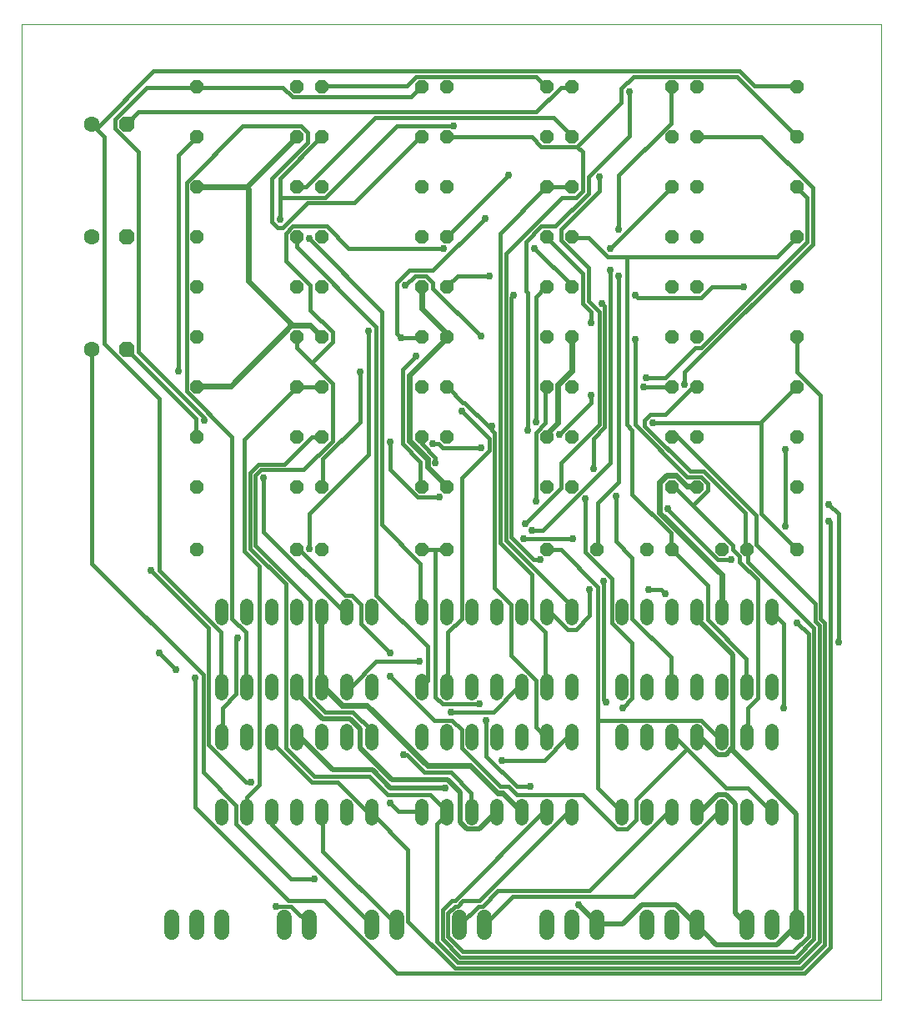
<source format=gtl>
G75*
%MOIN*%
%OFA0B0*%
%FSLAX25Y25*%
%IPPOS*%
%LPD*%
%AMOC8*
5,1,8,0,0,1.08239X$1,22.5*
%
%ADD10C,0.00000*%
%ADD11OC8,0.06300*%
%ADD12C,0.06300*%
%ADD13OC8,0.05200*%
%ADD14C,0.05200*%
%ADD15C,0.05937*%
%ADD16C,0.01600*%
%ADD17C,0.02978*%
%ADD18C,0.02400*%
%ADD19C,0.02000*%
D10*
X0001000Y0001000D02*
X0001000Y0390961D01*
X0344701Y0390961D01*
X0344701Y0001000D01*
X0001000Y0001000D01*
D11*
X0043000Y0261000D03*
X0043000Y0306000D03*
X0043000Y0351000D03*
D12*
X0029000Y0351000D03*
X0029000Y0306000D03*
X0029000Y0261000D03*
D13*
X0071000Y0266000D03*
X0071000Y0246000D03*
X0071000Y0226000D03*
X0071000Y0206000D03*
X0071000Y0181000D03*
X0111000Y0181000D03*
X0121000Y0181000D03*
X0121000Y0206000D03*
X0111000Y0206000D03*
X0111000Y0226000D03*
X0121000Y0226000D03*
X0121000Y0246000D03*
X0111000Y0246000D03*
X0111000Y0266000D03*
X0121000Y0266000D03*
X0121000Y0286000D03*
X0111000Y0286000D03*
X0111000Y0306000D03*
X0121000Y0306000D03*
X0121000Y0326000D03*
X0111000Y0326000D03*
X0111000Y0346000D03*
X0121000Y0346000D03*
X0121000Y0366000D03*
X0111000Y0366000D03*
X0071000Y0366000D03*
X0071000Y0346000D03*
X0071000Y0326000D03*
X0071000Y0306000D03*
X0071000Y0286000D03*
X0161000Y0286000D03*
X0171000Y0286000D03*
X0171000Y0266000D03*
X0161000Y0266000D03*
X0161000Y0246000D03*
X0171000Y0246000D03*
X0171000Y0226000D03*
X0161000Y0226000D03*
X0161000Y0206000D03*
X0171000Y0206000D03*
X0171000Y0181000D03*
X0161000Y0181000D03*
X0211000Y0181000D03*
X0231000Y0181000D03*
X0251000Y0181000D03*
X0261000Y0181000D03*
X0281000Y0181000D03*
X0291000Y0181000D03*
X0311000Y0181000D03*
X0311000Y0206000D03*
X0311000Y0226000D03*
X0311000Y0246000D03*
X0311000Y0266000D03*
X0311000Y0286000D03*
X0311000Y0306000D03*
X0311000Y0326000D03*
X0311000Y0346000D03*
X0311000Y0366000D03*
X0271000Y0366000D03*
X0261000Y0366000D03*
X0261000Y0346000D03*
X0271000Y0346000D03*
X0271000Y0326000D03*
X0261000Y0326000D03*
X0261000Y0306000D03*
X0271000Y0306000D03*
X0271000Y0286000D03*
X0261000Y0286000D03*
X0261000Y0266000D03*
X0271000Y0266000D03*
X0271000Y0246000D03*
X0261000Y0246000D03*
X0261000Y0226000D03*
X0271000Y0226000D03*
X0271000Y0206000D03*
X0261000Y0206000D03*
X0221000Y0206000D03*
X0211000Y0206000D03*
X0211000Y0226000D03*
X0221000Y0226000D03*
X0221000Y0246000D03*
X0211000Y0246000D03*
X0211000Y0266000D03*
X0221000Y0266000D03*
X0221000Y0286000D03*
X0211000Y0286000D03*
X0211000Y0306000D03*
X0221000Y0306000D03*
X0221000Y0326000D03*
X0211000Y0326000D03*
X0211000Y0346000D03*
X0221000Y0346000D03*
X0221000Y0366000D03*
X0211000Y0366000D03*
X0171000Y0366000D03*
X0161000Y0366000D03*
X0161000Y0346000D03*
X0171000Y0346000D03*
X0171000Y0326000D03*
X0161000Y0326000D03*
X0161000Y0306000D03*
X0171000Y0306000D03*
D14*
X0171000Y0158600D02*
X0171000Y0153400D01*
X0161000Y0153400D02*
X0161000Y0158600D01*
X0141000Y0158600D02*
X0141000Y0153400D01*
X0131000Y0153400D02*
X0131000Y0158600D01*
X0121000Y0158600D02*
X0121000Y0153400D01*
X0111000Y0153400D02*
X0111000Y0158600D01*
X0101000Y0158600D02*
X0101000Y0153400D01*
X0091000Y0153400D02*
X0091000Y0158600D01*
X0081000Y0158600D02*
X0081000Y0153400D01*
X0081000Y0128600D02*
X0081000Y0123400D01*
X0091000Y0123400D02*
X0091000Y0128600D01*
X0101000Y0128600D02*
X0101000Y0123400D01*
X0111000Y0123400D02*
X0111000Y0128600D01*
X0121000Y0128600D02*
X0121000Y0123400D01*
X0131000Y0123400D02*
X0131000Y0128600D01*
X0141000Y0128600D02*
X0141000Y0123400D01*
X0141000Y0108600D02*
X0141000Y0103400D01*
X0131000Y0103400D02*
X0131000Y0108600D01*
X0121000Y0108600D02*
X0121000Y0103400D01*
X0111000Y0103400D02*
X0111000Y0108600D01*
X0101000Y0108600D02*
X0101000Y0103400D01*
X0091000Y0103400D02*
X0091000Y0108600D01*
X0081000Y0108600D02*
X0081000Y0103400D01*
X0081000Y0078600D02*
X0081000Y0073400D01*
X0091000Y0073400D02*
X0091000Y0078600D01*
X0101000Y0078600D02*
X0101000Y0073400D01*
X0111000Y0073400D02*
X0111000Y0078600D01*
X0121000Y0078600D02*
X0121000Y0073400D01*
X0131000Y0073400D02*
X0131000Y0078600D01*
X0141000Y0078600D02*
X0141000Y0073400D01*
X0161000Y0073400D02*
X0161000Y0078600D01*
X0171000Y0078600D02*
X0171000Y0073400D01*
X0181000Y0073400D02*
X0181000Y0078600D01*
X0191000Y0078600D02*
X0191000Y0073400D01*
X0201000Y0073400D02*
X0201000Y0078600D01*
X0211000Y0078600D02*
X0211000Y0073400D01*
X0221000Y0073400D02*
X0221000Y0078600D01*
X0241000Y0078600D02*
X0241000Y0073400D01*
X0251000Y0073400D02*
X0251000Y0078600D01*
X0261000Y0078600D02*
X0261000Y0073400D01*
X0271000Y0073400D02*
X0271000Y0078600D01*
X0281000Y0078600D02*
X0281000Y0073400D01*
X0291000Y0073400D02*
X0291000Y0078600D01*
X0301000Y0078600D02*
X0301000Y0073400D01*
X0301000Y0103400D02*
X0301000Y0108600D01*
X0291000Y0108600D02*
X0291000Y0103400D01*
X0281000Y0103400D02*
X0281000Y0108600D01*
X0271000Y0108600D02*
X0271000Y0103400D01*
X0261000Y0103400D02*
X0261000Y0108600D01*
X0251000Y0108600D02*
X0251000Y0103400D01*
X0241000Y0103400D02*
X0241000Y0108600D01*
X0241000Y0123400D02*
X0241000Y0128600D01*
X0251000Y0128600D02*
X0251000Y0123400D01*
X0261000Y0123400D02*
X0261000Y0128600D01*
X0271000Y0128600D02*
X0271000Y0123400D01*
X0281000Y0123400D02*
X0281000Y0128600D01*
X0291000Y0128600D02*
X0291000Y0123400D01*
X0301000Y0123400D02*
X0301000Y0128600D01*
X0301000Y0153400D02*
X0301000Y0158600D01*
X0291000Y0158600D02*
X0291000Y0153400D01*
X0281000Y0153400D02*
X0281000Y0158600D01*
X0271000Y0158600D02*
X0271000Y0153400D01*
X0261000Y0153400D02*
X0261000Y0158600D01*
X0251000Y0158600D02*
X0251000Y0153400D01*
X0241000Y0153400D02*
X0241000Y0158600D01*
X0221000Y0158600D02*
X0221000Y0153400D01*
X0211000Y0153400D02*
X0211000Y0158600D01*
X0201000Y0158600D02*
X0201000Y0153400D01*
X0191000Y0153400D02*
X0191000Y0158600D01*
X0181000Y0158600D02*
X0181000Y0153400D01*
X0181000Y0128600D02*
X0181000Y0123400D01*
X0171000Y0123400D02*
X0171000Y0128600D01*
X0161000Y0128600D02*
X0161000Y0123400D01*
X0161000Y0108600D02*
X0161000Y0103400D01*
X0171000Y0103400D02*
X0171000Y0108600D01*
X0181000Y0108600D02*
X0181000Y0103400D01*
X0191000Y0103400D02*
X0191000Y0108600D01*
X0201000Y0108600D02*
X0201000Y0103400D01*
X0211000Y0103400D02*
X0211000Y0108600D01*
X0221000Y0108600D02*
X0221000Y0103400D01*
X0221000Y0123400D02*
X0221000Y0128600D01*
X0211000Y0128600D02*
X0211000Y0123400D01*
X0201000Y0123400D02*
X0201000Y0128600D01*
X0191000Y0128600D02*
X0191000Y0123400D01*
D15*
X0186000Y0033969D02*
X0186000Y0028031D01*
X0176000Y0028031D02*
X0176000Y0033969D01*
X0151000Y0033969D02*
X0151000Y0028031D01*
X0141000Y0028031D02*
X0141000Y0033969D01*
X0116000Y0033969D02*
X0116000Y0028031D01*
X0106000Y0028031D02*
X0106000Y0033969D01*
X0081000Y0033969D02*
X0081000Y0028031D01*
X0071000Y0028031D02*
X0071000Y0033969D01*
X0061000Y0033969D02*
X0061000Y0028031D01*
X0211000Y0028031D02*
X0211000Y0033969D01*
X0221000Y0033969D02*
X0221000Y0028031D01*
X0231000Y0028031D02*
X0231000Y0033969D01*
X0251000Y0033969D02*
X0251000Y0028031D01*
X0261000Y0028031D02*
X0261000Y0033969D01*
X0271000Y0033969D02*
X0271000Y0028031D01*
X0291000Y0028031D02*
X0291000Y0033969D01*
X0301000Y0033969D02*
X0301000Y0028031D01*
X0311000Y0028031D02*
X0311000Y0033969D01*
D16*
X0315600Y0026300D02*
X0315600Y0147300D01*
X0311200Y0151700D01*
X0317800Y0149500D02*
X0291400Y0175900D01*
X0291400Y0180850D01*
X0291000Y0181000D01*
X0290300Y0181400D01*
X0290300Y0195700D01*
X0273800Y0212200D01*
X0268300Y0212200D01*
X0250150Y0230350D01*
X0250150Y0232550D01*
X0252350Y0234750D01*
X0258400Y0234750D01*
X0269400Y0245750D01*
X0270500Y0245750D01*
X0271000Y0246000D01*
X0266100Y0246850D02*
X0266100Y0251800D01*
X0317250Y0302950D01*
X0317250Y0325500D01*
X0296900Y0345850D01*
X0271050Y0345850D01*
X0271000Y0346000D01*
X0260600Y0351350D02*
X0239700Y0330450D01*
X0239700Y0309000D01*
X0236400Y0301300D02*
X0260600Y0325500D01*
X0261000Y0326000D01*
X0244100Y0346400D02*
X0227600Y0329900D01*
X0227600Y0323300D01*
X0214400Y0310100D01*
X0208900Y0310100D01*
X0202850Y0304050D01*
X0202850Y0284250D01*
X0203400Y0283700D01*
X0203400Y0228700D01*
X0206700Y0227600D02*
X0206700Y0200100D01*
X0202300Y0191300D02*
X0216600Y0205600D01*
X0216600Y0215500D01*
X0232000Y0230900D01*
X0232000Y0276000D01*
X0227600Y0280400D01*
X0227600Y0293600D01*
X0216600Y0304600D01*
X0216600Y0309000D01*
X0232000Y0324400D01*
X0232000Y0329900D01*
X0225400Y0324400D02*
X0225400Y0339800D01*
X0223200Y0342000D01*
X0240800Y0359600D01*
X0240800Y0365100D01*
X0245750Y0370050D01*
X0287000Y0370050D01*
X0310650Y0346400D01*
X0311000Y0346000D01*
X0311000Y0326000D02*
X0311200Y0325500D01*
X0315050Y0321650D01*
X0315050Y0304050D01*
X0272700Y0261700D01*
X0270500Y0261700D01*
X0258400Y0249600D01*
X0250700Y0249600D01*
X0249600Y0245750D02*
X0260600Y0245750D01*
X0261000Y0246000D01*
X0253450Y0231450D02*
X0296350Y0231450D01*
X0296900Y0230900D01*
X0296900Y0195150D01*
X0310650Y0181400D01*
X0311000Y0181000D01*
X0306250Y0190200D02*
X0306250Y0221000D01*
X0296350Y0231450D02*
X0310650Y0245750D01*
X0311000Y0246000D01*
X0311200Y0251800D02*
X0320550Y0242450D01*
X0320550Y0153350D01*
X0322200Y0151700D01*
X0322200Y0023000D01*
X0312850Y0013650D01*
X0174250Y0013650D01*
X0155550Y0032350D01*
X0155550Y0060950D01*
X0141250Y0075250D01*
X0141000Y0076000D01*
X0140700Y0076350D01*
X0139050Y0076350D01*
X0127500Y0087900D01*
X0117050Y0087900D01*
X0101100Y0103850D01*
X0101100Y0105500D01*
X0101000Y0106000D01*
X0106600Y0101650D02*
X0118150Y0090100D01*
X0140150Y0090100D01*
X0147300Y0082950D01*
X0164350Y0082950D01*
X0170950Y0076350D01*
X0171000Y0076000D01*
X0170950Y0075250D01*
X0167100Y0071400D01*
X0167100Y0024100D01*
X0175350Y0015850D01*
X0311750Y0015850D01*
X0320000Y0024100D01*
X0320000Y0150600D01*
X0318350Y0152250D01*
X0318350Y0159400D01*
X0294700Y0183050D01*
X0294700Y0194600D01*
X0263350Y0225950D01*
X0261150Y0225950D01*
X0261000Y0226000D01*
X0246300Y0230900D02*
X0267200Y0210000D01*
X0272700Y0210000D01*
X0275450Y0207250D01*
X0275450Y0204500D01*
X0269400Y0198450D01*
X0285350Y0182500D01*
X0285350Y0180850D01*
X0288100Y0178100D01*
X0288100Y0175900D01*
X0295250Y0168750D01*
X0295250Y0121450D01*
X0291400Y0117600D01*
X0291400Y0106050D01*
X0291000Y0106000D01*
X0281000Y0106000D02*
X0280950Y0106050D01*
X0279300Y0106050D01*
X0272700Y0112650D01*
X0231450Y0112650D01*
X0231450Y0166000D01*
X0216600Y0180850D01*
X0211100Y0180850D01*
X0211000Y0181000D01*
X0208350Y0177000D02*
X0205600Y0177000D01*
X0196800Y0185800D01*
X0196800Y0281500D01*
X0197900Y0282600D01*
X0206700Y0282050D02*
X0210550Y0285900D01*
X0211000Y0286000D01*
X0206700Y0282050D02*
X0206700Y0232000D01*
X0210550Y0231450D02*
X0206700Y0227600D01*
X0210550Y0231450D02*
X0210550Y0245750D01*
X0211000Y0246000D01*
X0228700Y0242450D02*
X0228700Y0239700D01*
X0216050Y0227050D01*
X0229800Y0225400D02*
X0229800Y0213300D01*
X0236400Y0215500D02*
X0209450Y0188550D01*
X0205050Y0188550D01*
X0201750Y0185250D02*
X0221550Y0185250D01*
X0226500Y0179750D02*
X0226500Y0201200D01*
X0231450Y0199550D02*
X0231450Y0181400D01*
X0231000Y0181000D01*
X0226500Y0179750D02*
X0236950Y0169300D01*
X0236950Y0151700D01*
X0245200Y0143450D01*
X0245200Y0121450D01*
X0241350Y0117600D01*
X0234750Y0119800D02*
X0233650Y0120900D01*
X0233650Y0168200D01*
X0228150Y0164900D02*
X0228150Y0154450D01*
X0222650Y0148950D01*
X0219350Y0148950D01*
X0212750Y0155550D01*
X0211100Y0155550D01*
X0211000Y0156000D01*
X0205050Y0153350D02*
X0210550Y0147850D01*
X0210550Y0126400D01*
X0211000Y0126000D01*
X0206700Y0128600D02*
X0206700Y0109900D01*
X0210550Y0106050D01*
X0211000Y0106000D01*
X0218800Y0105500D02*
X0210000Y0096700D01*
X0192950Y0096700D01*
X0186900Y0098350D02*
X0186900Y0112650D01*
X0189650Y0115950D02*
X0172600Y0115950D01*
X0173150Y0112650D02*
X0166000Y0112650D01*
X0148400Y0130250D01*
X0142900Y0136300D02*
X0159950Y0136300D01*
X0163250Y0142350D02*
X0163250Y0128600D01*
X0161050Y0126400D01*
X0161000Y0126000D01*
X0166550Y0122000D02*
X0169300Y0119250D01*
X0184150Y0119250D01*
X0189650Y0115950D02*
X0199550Y0125850D01*
X0200650Y0125850D01*
X0201000Y0126000D01*
X0206700Y0128600D02*
X0196800Y0138500D01*
X0196800Y0158850D01*
X0190200Y0165450D01*
X0190200Y0227600D01*
X0188000Y0229800D01*
X0188550Y0230350D01*
X0189100Y0230350D01*
X0188000Y0229800D02*
X0178100Y0239700D01*
X0177550Y0239700D01*
X0171500Y0245750D01*
X0171000Y0246000D01*
X0177000Y0236400D02*
X0188000Y0225400D01*
X0188000Y0220450D01*
X0177000Y0209450D01*
X0177000Y0153350D01*
X0171500Y0147850D01*
X0171500Y0126400D01*
X0171000Y0126000D01*
X0166550Y0122000D02*
X0166550Y0180850D01*
X0161050Y0180850D01*
X0161000Y0181000D01*
X0166550Y0180850D02*
X0170950Y0180850D01*
X0171000Y0181000D01*
X0160500Y0175350D02*
X0145100Y0190750D01*
X0145100Y0276000D01*
X0115950Y0305150D01*
X0111000Y0306000D02*
X0111000Y0301850D01*
X0142900Y0269950D01*
X0142900Y0162700D01*
X0163250Y0142350D01*
X0161000Y0156000D02*
X0160500Y0156100D01*
X0160500Y0175350D01*
X0159400Y0201750D02*
X0168200Y0201750D01*
X0161000Y0206000D02*
X0160500Y0206150D01*
X0160500Y0216050D01*
X0153350Y0223200D01*
X0153350Y0252900D01*
X0158850Y0258400D01*
X0160500Y0265550D02*
X0152800Y0265550D01*
X0151150Y0267200D01*
X0151150Y0287550D01*
X0156100Y0292500D01*
X0165450Y0292500D01*
X0186350Y0313400D01*
X0192400Y0307350D02*
X0210550Y0325500D01*
X0211000Y0326000D01*
X0211650Y0326050D01*
X0221000Y0326050D01*
X0221000Y0326000D01*
X0222650Y0321650D02*
X0217150Y0321650D01*
X0194600Y0299100D01*
X0194600Y0184700D01*
X0221000Y0158300D01*
X0221000Y0156000D01*
X0205050Y0153350D02*
X0205050Y0170950D01*
X0192400Y0183600D01*
X0192400Y0307350D01*
X0206150Y0301300D02*
X0221000Y0286450D01*
X0221000Y0286000D01*
X0225400Y0291400D02*
X0211100Y0305700D01*
X0211000Y0306000D01*
X0221000Y0306000D02*
X0221000Y0305700D01*
X0227600Y0305700D01*
X0235300Y0298000D01*
X0243000Y0298000D01*
X0243000Y0230900D01*
X0245200Y0228700D01*
X0245200Y0202850D01*
X0260600Y0187450D01*
X0260600Y0181400D01*
X0261000Y0181000D01*
X0275450Y0166550D01*
X0275450Y0152800D01*
X0290850Y0137400D01*
X0290850Y0126400D01*
X0291000Y0126000D01*
X0305700Y0117600D02*
X0305700Y0151150D01*
X0301300Y0155550D01*
X0301000Y0156000D01*
X0317800Y0149500D02*
X0317800Y0025200D01*
X0310650Y0018050D01*
X0176450Y0018050D01*
X0169300Y0025200D01*
X0169300Y0036750D01*
X0173150Y0040600D01*
X0174250Y0040600D01*
X0209450Y0075800D01*
X0210550Y0075800D01*
X0211000Y0076000D01*
X0219350Y0075800D02*
X0184150Y0040600D01*
X0177550Y0040600D01*
X0175350Y0038400D01*
X0174250Y0038400D01*
X0171500Y0035650D01*
X0171500Y0026300D01*
X0177550Y0020250D01*
X0309550Y0020250D01*
X0315600Y0026300D01*
X0324400Y0021900D02*
X0324400Y0191850D01*
X0323850Y0192400D01*
X0327700Y0195150D02*
X0323850Y0199000D01*
X0327700Y0195150D02*
X0327700Y0144000D01*
X0284800Y0177000D02*
X0279300Y0177000D01*
X0259500Y0196800D01*
X0259500Y0197350D01*
X0261150Y0205600D02*
X0261000Y0206000D01*
X0261150Y0205600D02*
X0262250Y0205600D01*
X0269400Y0198450D01*
X0245200Y0177550D02*
X0238600Y0184150D01*
X0238600Y0202300D01*
X0239700Y0207800D02*
X0231450Y0199550D01*
X0239700Y0207800D02*
X0239700Y0290300D01*
X0236400Y0292500D02*
X0236400Y0215500D01*
X0229800Y0225400D02*
X0234200Y0229800D01*
X0234200Y0278200D01*
X0233100Y0279300D01*
X0228700Y0276000D02*
X0225400Y0279300D01*
X0225400Y0291400D01*
X0228700Y0276000D02*
X0228700Y0271600D01*
X0246300Y0265000D02*
X0246300Y0230900D01*
X0247400Y0281500D02*
X0246300Y0282600D01*
X0247400Y0281500D02*
X0272700Y0281500D01*
X0277100Y0285900D01*
X0289750Y0285900D01*
X0302950Y0298000D02*
X0310650Y0305700D01*
X0311000Y0306000D01*
X0302950Y0298000D02*
X0243000Y0298000D01*
X0222650Y0321650D02*
X0225400Y0324400D01*
X0223200Y0342000D02*
X0208900Y0342000D01*
X0205050Y0345850D01*
X0171500Y0345850D01*
X0171000Y0346000D01*
X0173700Y0350250D02*
X0151150Y0350250D01*
X0122550Y0321650D01*
X0104400Y0321650D01*
X0104400Y0312850D01*
X0105500Y0309550D02*
X0103300Y0309550D01*
X0101100Y0311750D01*
X0101100Y0329350D01*
X0115400Y0343650D01*
X0115400Y0347500D01*
X0112650Y0350250D01*
X0089550Y0350250D01*
X0067000Y0327700D01*
X0067000Y0244100D01*
X0085150Y0225950D01*
X0085150Y0153350D01*
X0090650Y0147850D01*
X0090650Y0126400D01*
X0091000Y0126000D01*
X0086800Y0123100D02*
X0086800Y0145100D01*
X0087350Y0145650D01*
X0080750Y0147850D02*
X0056000Y0172600D01*
X0056000Y0241350D01*
X0034000Y0263350D01*
X0034000Y0345850D01*
X0029050Y0350800D01*
X0029000Y0351000D01*
X0031250Y0349700D01*
X0053800Y0372250D01*
X0288100Y0372250D01*
X0294150Y0366200D01*
X0310650Y0366200D01*
X0311000Y0366000D01*
X0261000Y0366000D02*
X0260600Y0365650D01*
X0260600Y0351350D01*
X0244100Y0346400D02*
X0244100Y0364000D01*
X0221000Y0365650D02*
X0221000Y0366000D01*
X0221000Y0365650D02*
X0216600Y0365650D01*
X0206700Y0355750D01*
X0047750Y0355750D01*
X0043000Y0351000D01*
X0038400Y0349150D02*
X0038400Y0353000D01*
X0051050Y0365650D01*
X0070300Y0365650D01*
X0071000Y0366000D01*
X0071400Y0365650D01*
X0105500Y0365650D01*
X0109350Y0361800D01*
X0156650Y0361800D01*
X0160500Y0365650D01*
X0161000Y0366000D01*
X0158850Y0370050D02*
X0206700Y0370050D01*
X0210550Y0366200D01*
X0211000Y0366000D01*
X0213850Y0353550D02*
X0221000Y0346400D01*
X0221000Y0346000D01*
X0213850Y0353550D02*
X0142350Y0353550D01*
X0114850Y0326050D01*
X0111000Y0326050D01*
X0111000Y0326000D01*
X0104400Y0329350D02*
X0104400Y0321650D01*
X0104400Y0329350D02*
X0120900Y0345850D01*
X0121000Y0346000D01*
X0121000Y0366000D02*
X0121450Y0366200D01*
X0155000Y0366200D01*
X0158850Y0370050D01*
X0161000Y0346000D02*
X0160500Y0345850D01*
X0134100Y0319450D01*
X0115400Y0319450D01*
X0105500Y0309550D01*
X0106600Y0307350D02*
X0106600Y0296350D01*
X0116500Y0286450D01*
X0116500Y0276550D01*
X0125300Y0267750D01*
X0125300Y0263900D01*
X0117050Y0255650D01*
X0111000Y0261700D01*
X0111000Y0266000D01*
X0117050Y0255650D02*
X0125300Y0247400D01*
X0125300Y0224300D01*
X0113750Y0212750D01*
X0096700Y0212750D01*
X0094500Y0210550D01*
X0094500Y0182500D01*
X0116500Y0160500D01*
X0116500Y0122000D01*
X0122550Y0115950D01*
X0133550Y0115950D01*
X0140700Y0108800D01*
X0140700Y0106050D01*
X0141000Y0106000D01*
X0153900Y0098900D02*
X0155000Y0098900D01*
X0162150Y0091750D01*
X0172600Y0091750D01*
X0180850Y0083500D01*
X0180850Y0076350D01*
X0181000Y0076000D01*
X0192400Y0086250D02*
X0195700Y0086250D01*
X0199000Y0082950D01*
X0225400Y0082950D01*
X0239150Y0069200D01*
X0243000Y0069200D01*
X0246850Y0073050D01*
X0246850Y0080750D01*
X0267200Y0101100D01*
X0262800Y0105500D01*
X0261150Y0105500D01*
X0261000Y0106000D01*
X0267200Y0101100D02*
X0282600Y0085700D01*
X0291400Y0085700D01*
X0300750Y0076350D01*
X0301000Y0076000D01*
X0281000Y0076000D02*
X0280950Y0075800D01*
X0279300Y0075800D01*
X0245750Y0042250D01*
X0197350Y0042250D01*
X0186350Y0031250D01*
X0186000Y0031000D01*
X0185250Y0038400D02*
X0183600Y0038400D01*
X0176450Y0031250D01*
X0176000Y0031000D01*
X0185250Y0038400D02*
X0191300Y0044450D01*
X0228150Y0044450D01*
X0259500Y0075800D01*
X0260600Y0075800D01*
X0261000Y0076000D01*
X0241000Y0076000D02*
X0240800Y0076350D01*
X0231450Y0085700D01*
X0231450Y0112650D01*
X0221000Y0106000D02*
X0221000Y0105500D01*
X0218800Y0105500D01*
X0204500Y0086250D02*
X0199000Y0086250D01*
X0186900Y0098350D01*
X0177000Y0101650D02*
X0192400Y0086250D01*
X0177000Y0101650D02*
X0177000Y0108800D01*
X0173150Y0112650D01*
X0148400Y0139600D02*
X0136850Y0151150D01*
X0136850Y0158850D01*
X0133000Y0162700D01*
X0130250Y0162700D01*
X0112100Y0180850D01*
X0111000Y0180850D01*
X0111000Y0181000D01*
X0115950Y0181400D02*
X0115950Y0195150D01*
X0139600Y0218800D01*
X0139600Y0268300D01*
X0136300Y0251800D02*
X0136300Y0232000D01*
X0121450Y0217150D01*
X0121450Y0206150D01*
X0121000Y0206000D01*
X0106050Y0214950D02*
X0117050Y0225950D01*
X0120900Y0225950D01*
X0121000Y0226000D01*
X0106050Y0214950D02*
X0095600Y0214950D01*
X0092300Y0211650D01*
X0092300Y0181400D01*
X0106600Y0167100D01*
X0106600Y0101650D01*
X0096150Y0086800D02*
X0096150Y0174250D01*
X0090100Y0180300D01*
X0090100Y0224850D01*
X0111000Y0245750D01*
X0111000Y0246000D01*
X0111550Y0245750D01*
X0120900Y0245750D01*
X0121000Y0246000D01*
X0148400Y0223750D02*
X0148400Y0212750D01*
X0159400Y0201750D01*
X0166550Y0215500D02*
X0166550Y0217700D01*
X0161050Y0223200D01*
X0161050Y0225950D01*
X0161000Y0226000D01*
X0165450Y0223200D02*
X0167650Y0223200D01*
X0169300Y0221550D01*
X0184700Y0221550D01*
X0184700Y0266100D02*
X0165450Y0285350D01*
X0165450Y0287550D01*
X0162700Y0290300D01*
X0158300Y0290300D01*
X0154450Y0286450D01*
X0171000Y0286000D02*
X0171500Y0286450D01*
X0175350Y0290300D01*
X0188000Y0290300D01*
X0169850Y0301300D02*
X0131900Y0301300D01*
X0123100Y0310100D01*
X0109350Y0310100D01*
X0106600Y0307350D01*
X0071000Y0346000D02*
X0063700Y0338700D01*
X0063700Y0252350D01*
X0047750Y0260050D02*
X0074150Y0233650D01*
X0074150Y0232550D01*
X0070850Y0233100D02*
X0043350Y0260600D01*
X0043000Y0261000D01*
X0047750Y0260050D02*
X0047750Y0339800D01*
X0038400Y0349150D01*
X0029000Y0261000D02*
X0029050Y0260600D01*
X0029050Y0175350D01*
X0073600Y0130800D01*
X0073600Y0091750D01*
X0086800Y0078550D01*
X0086800Y0071400D01*
X0108800Y0049400D01*
X0118150Y0049400D01*
X0122000Y0040600D02*
X0151150Y0011450D01*
X0313950Y0011450D01*
X0324400Y0021900D01*
X0261000Y0126000D02*
X0260600Y0126400D01*
X0260600Y0137950D01*
X0245200Y0153350D01*
X0245200Y0177550D01*
X0251800Y0164900D02*
X0256750Y0164900D01*
X0258400Y0163250D01*
X0221000Y0076000D02*
X0221000Y0075800D01*
X0219350Y0075800D01*
X0161000Y0076000D02*
X0160500Y0076350D01*
X0151700Y0076350D01*
X0148400Y0079650D01*
X0121450Y0075800D02*
X0121450Y0060400D01*
X0150600Y0031250D01*
X0151000Y0031000D01*
X0141000Y0031000D02*
X0140700Y0031250D01*
X0101100Y0070850D01*
X0101100Y0075800D01*
X0101000Y0076000D01*
X0091200Y0076350D02*
X0091000Y0076000D01*
X0091200Y0076350D02*
X0091200Y0081850D01*
X0096150Y0086800D01*
X0092850Y0087900D02*
X0090650Y0087900D01*
X0075800Y0102750D01*
X0075800Y0149500D01*
X0052700Y0172600D01*
X0080750Y0147850D02*
X0080750Y0126400D01*
X0081000Y0126000D01*
X0086800Y0123100D02*
X0081300Y0117600D01*
X0081300Y0106050D01*
X0081000Y0106000D01*
X0070300Y0129700D02*
X0070300Y0078000D01*
X0107700Y0040600D01*
X0122000Y0040600D01*
X0115950Y0031250D02*
X0116000Y0031000D01*
X0115950Y0031250D02*
X0108800Y0038400D01*
X0102750Y0038400D01*
X0121000Y0076000D02*
X0121450Y0075800D01*
X0131000Y0126000D02*
X0131350Y0126400D01*
X0133000Y0126400D01*
X0142900Y0136300D01*
X0131000Y0156000D02*
X0130800Y0156100D01*
X0129700Y0156100D01*
X0097800Y0188000D01*
X0097800Y0209450D01*
X0071000Y0226000D02*
X0070850Y0226500D01*
X0070850Y0233100D01*
X0056000Y0139600D02*
X0062600Y0133000D01*
X0160500Y0265550D02*
X0161000Y0266000D01*
X0171000Y0306000D02*
X0171500Y0306250D01*
X0195700Y0330450D01*
X0311000Y0266000D02*
X0311200Y0265550D01*
X0311200Y0251800D01*
D17*
X0306250Y0221000D03*
X0323850Y0199000D03*
X0323850Y0192400D03*
X0306250Y0190200D03*
X0284800Y0177000D03*
X0259500Y0197350D03*
X0238600Y0202300D03*
X0229800Y0213300D03*
X0226500Y0201200D03*
X0221550Y0185250D03*
X0208350Y0177000D03*
X0201750Y0185250D03*
X0205050Y0188550D03*
X0202300Y0191300D03*
X0206700Y0200100D03*
X0216050Y0227050D03*
X0206700Y0232000D03*
X0203400Y0228700D03*
X0189100Y0230350D03*
X0184700Y0221550D03*
X0177000Y0236400D03*
X0165450Y0223200D03*
X0166550Y0215500D03*
X0168200Y0201750D03*
X0148400Y0223750D03*
X0136300Y0251800D03*
X0139600Y0268300D03*
X0152800Y0265550D03*
X0158850Y0258400D03*
X0184700Y0266100D03*
X0197900Y0282600D03*
X0188000Y0290300D03*
X0169850Y0301300D03*
X0186350Y0313400D03*
X0195700Y0330450D03*
X0173700Y0350250D03*
X0206150Y0301300D03*
X0228700Y0271600D03*
X0233100Y0279300D03*
X0239700Y0290300D03*
X0236400Y0292500D03*
X0236400Y0301300D03*
X0239700Y0309000D03*
X0232000Y0329900D03*
X0244100Y0364000D03*
X0246300Y0282600D03*
X0246300Y0265000D03*
X0250700Y0249600D03*
X0249600Y0245750D03*
X0253450Y0231450D03*
X0266100Y0246850D03*
X0228700Y0242450D03*
X0289750Y0285900D03*
X0251800Y0164900D03*
X0258400Y0163250D03*
X0233650Y0168200D03*
X0228150Y0164900D03*
X0234750Y0119800D03*
X0241350Y0117600D03*
X0204500Y0086250D03*
X0192950Y0096700D03*
X0186900Y0112650D03*
X0184150Y0119250D03*
X0172600Y0115950D03*
X0159950Y0136300D03*
X0148400Y0139600D03*
X0148400Y0130250D03*
X0153900Y0098900D03*
X0148400Y0079650D03*
X0170400Y0085700D03*
X0118150Y0049400D03*
X0102750Y0038400D03*
X0092850Y0087900D03*
X0070300Y0129700D03*
X0062600Y0133000D03*
X0056000Y0139600D03*
X0087350Y0145650D03*
X0115950Y0181400D03*
X0097800Y0209450D03*
X0074150Y0232550D03*
X0063700Y0252350D03*
X0104400Y0312850D03*
X0115950Y0305150D03*
X0154450Y0286450D03*
X0052700Y0172600D03*
X0223750Y0038950D03*
X0305700Y0117600D03*
X0327700Y0144000D03*
X0311200Y0151700D03*
D18*
X0281000Y0156000D02*
X0280950Y0156100D01*
X0280950Y0170950D01*
X0256200Y0195700D01*
X0256200Y0207800D01*
X0258950Y0210550D01*
X0262800Y0210550D01*
X0267200Y0206150D01*
X0270500Y0206150D01*
X0271000Y0206000D01*
X0221000Y0252350D02*
X0221000Y0266000D01*
X0221000Y0252350D02*
X0215500Y0246850D01*
X0215500Y0231450D01*
X0210550Y0226500D01*
X0211000Y0226000D01*
X0170950Y0206150D02*
X0171000Y0206000D01*
X0170950Y0206150D02*
X0163250Y0213850D01*
X0163250Y0217150D01*
X0156100Y0224300D01*
X0156100Y0250700D01*
X0170950Y0265550D01*
X0171000Y0266000D01*
X0170950Y0267200D01*
X0161050Y0277100D01*
X0161050Y0285900D01*
X0161000Y0286000D01*
X0121000Y0266000D02*
X0116500Y0270500D01*
X0108800Y0270500D01*
X0108250Y0271600D01*
X0091750Y0288100D01*
X0091750Y0324950D01*
X0091200Y0326050D01*
X0111000Y0345850D01*
X0111000Y0346000D01*
X0091200Y0326050D02*
X0071400Y0326050D01*
X0071000Y0326000D01*
X0108800Y0270500D02*
X0084600Y0246300D01*
X0071400Y0246300D01*
X0071000Y0246000D01*
X0121000Y0156000D02*
X0120900Y0155550D01*
X0120900Y0126400D01*
X0121000Y0126000D01*
X0122000Y0125850D01*
X0129150Y0118700D01*
X0139050Y0118700D01*
X0163250Y0094500D01*
X0180300Y0094500D01*
X0191300Y0083500D01*
X0193500Y0083500D01*
X0201000Y0076000D01*
D19*
X0191000Y0076000D02*
X0190750Y0075800D01*
X0184150Y0069200D01*
X0179200Y0069200D01*
X0176450Y0071950D01*
X0176450Y0084050D01*
X0171500Y0089000D01*
X0148950Y0089000D01*
X0136300Y0101650D01*
X0136300Y0109350D01*
X0132450Y0113200D01*
X0121450Y0113200D01*
X0111000Y0123650D01*
X0111000Y0126000D01*
X0111000Y0106000D02*
X0111000Y0105500D01*
X0112650Y0105500D01*
X0125300Y0092850D01*
X0141250Y0092850D01*
X0148400Y0085700D01*
X0170400Y0085700D01*
X0223750Y0038950D02*
X0230900Y0031800D01*
X0231000Y0031000D01*
X0231450Y0031250D01*
X0241350Y0031250D01*
X0249050Y0038950D01*
X0262800Y0038950D01*
X0270500Y0031250D01*
X0271000Y0031000D01*
X0271600Y0030150D01*
X0278750Y0023000D01*
X0302950Y0023000D01*
X0310650Y0030700D01*
X0311000Y0031000D01*
X0310650Y0031800D01*
X0310650Y0075250D01*
X0284800Y0101100D01*
X0282600Y0098900D01*
X0279300Y0098900D01*
X0272700Y0105500D01*
X0271050Y0105500D01*
X0271000Y0106000D01*
X0284800Y0101100D02*
X0285350Y0101650D01*
X0285350Y0139050D01*
X0271050Y0153350D01*
X0271050Y0155550D01*
X0271000Y0156000D01*
X0279300Y0082950D02*
X0282600Y0082950D01*
X0286450Y0079100D01*
X0286450Y0035650D01*
X0290850Y0031250D01*
X0291000Y0031000D01*
X0272700Y0076350D02*
X0279300Y0082950D01*
X0272700Y0076350D02*
X0271050Y0076350D01*
X0271000Y0076000D01*
M02*

</source>
